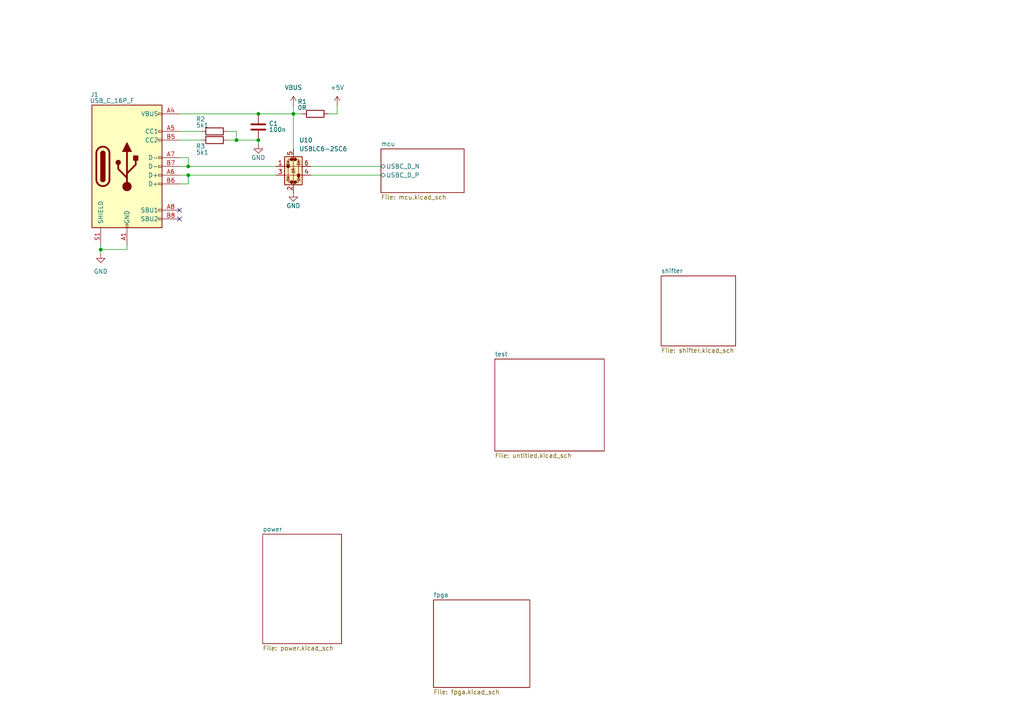
<source format=kicad_sch>
(kicad_sch (version 20231120) (generator "eeschema") (generator_version "8.0")
  (paper "A4")
  (lib_symbols
    (symbol "Connector:USB_C_Receptacle_USB2.0_16P" (pin_names (offset 1.016))
      (property "Reference" "J" (at 0 22.225 0))
      (property "Value" "USB_C_Receptacle_USB2.0_16P" (at 0 19.685 0))
      (symbol "USB_C_Receptacle_USB2.0_16P_0_0"
        (rectangle (start -0.254 -17.78) (end 0.254 -16.764))
        (rectangle (start 10.16 -14.986) (end 9.144 -15.494))
        (rectangle (start 10.16 -12.446) (end 9.144 -12.954))
        (rectangle (start 10.16 -4.826) (end 9.144 -5.334))
        (rectangle (start 10.16 -2.286) (end 9.144 -2.794))
        (rectangle (start 10.16 0.254) (end 9.144 -0.254))
        (rectangle (start 10.16 2.794) (end 9.144 2.286))
        (rectangle (start 10.16 7.874) (end 9.144 7.366))
        (rectangle (start 10.16 10.414) (end 9.144 9.906))
        (rectangle (start 10.16 15.494) (end 9.144 14.986))
      )
      (symbol "USB_C_Receptacle_USB2.0_16P_0_1"
        (rectangle (start -10.16 17.78) (end 10.16 -17.78) (stroke (width 0.254)) (fill (type background)))
        (arc (start -8.89 -3.81) (mid -6.985 -5.7067) (end -5.08 -3.81) (stroke (width 0.508)))
        (arc (start -7.62 -3.81) (mid -6.985 -4.4423) (end -6.35 -3.81) (stroke (width 0.254)))
        (arc (start -7.62 -3.81) (mid -6.985 -4.4423) (end -6.35 -3.81) (stroke (width 0.254)) (fill (type outline)))
        (rectangle (start -7.62 -3.81) (end -6.35 3.81) (stroke (width 0.254)) (fill (type outline)))
        (arc (start -6.35 3.81) (mid -6.985 4.4423) (end -7.62 3.81) (stroke (width 0.254)))
        (arc (start -6.35 3.81) (mid -6.985 4.4423) (end -7.62 3.81) (stroke (width 0.254)) (fill (type outline)))
        (arc (start -5.08 3.81) (mid -6.985 5.7067) (end -8.89 3.81) (stroke (width 0.508)))
        (circle (center -2.54 1.143) (radius 0.635) (stroke (width 0.254)) (fill (type outline)))
        (circle (center 0 -5.842) (radius 1.27) (fill (type outline)))
        (polyline (pts (xy -8.89 -3.81) (xy -8.89 3.81)) (stroke (width 0.508)))
        (polyline (pts (xy -5.08 3.81) (xy -5.08 -3.81)) (stroke (width 0.508)))
        (polyline (pts (xy 0 -5.842) (xy 0 4.318)) (stroke (width 0.508)))
        (polyline (pts (xy 0 -3.302) (xy -2.54 -0.762) (xy -2.54 0.508)) (stroke (width 0.508)))
        (polyline (pts (xy 0 -2.032) (xy 2.54 0.508) (xy 2.54 1.778)) (stroke (width 0.508)))
        (polyline (pts (xy -1.27 4.318) (xy 0 6.858) (xy 1.27 4.318) (xy -1.27 4.318)) (stroke (width 0.254)) (fill (type outline)))
        (rectangle (start 1.905 1.778) (end 3.175 3.048) (stroke (width 0.254)) (fill (type outline)))
      )
      (symbol "USB_C_Receptacle_USB2.0_16P_1_1"
        (pin passive line (at 0 -22.86 90) (length 5.08) (name "GND") (number "A1"))
        (pin passive line (at 0 -22.86 90) (length 5.08) hide (name "GND") (number "A12"))
        (pin passive line (at 15.24 15.24 180) (length 5.08) (name "VBUS") (number "A4"))
        (pin bidirectional line (at 15.24 10.16 180) (length 5.08) (name "CC1") (number "A5"))
        (pin bidirectional line (at 15.24 -2.54 180) (length 5.08) (name "D+") (number "A6"))
        (pin bidirectional line (at 15.24 2.54 180) (length 5.08) (name "D-") (number "A7"))
        (pin bidirectional line (at 15.24 -12.7 180) (length 5.08) (name "SBU1") (number "A8"))
        (pin passive line (at 15.24 15.24 180) (length 5.08) hide (name "VBUS") (number "A9"))
        (pin passive line (at 0 -22.86 90) (length 5.08) hide (name "GND") (number "B1"))
        (pin passive line (at 0 -22.86 90) (length 5.08) hide (name "GND") (number "B12"))
        (pin passive line (at 15.24 15.24 180) (length 5.08) hide (name "VBUS") (number "B4"))
        (pin bidirectional line (at 15.24 7.62 180) (length 5.08) (name "CC2") (number "B5"))
        (pin bidirectional line (at 15.24 -5.08 180) (length 5.08) (name "D+") (number "B6"))
        (pin bidirectional line (at 15.24 0 180) (length 5.08) (name "D-") (number "B7"))
        (pin bidirectional line (at 15.24 -15.24 180) (length 5.08) (name "SBU2") (number "B8"))
        (pin passive line (at 15.24 15.24 180) (length 5.08) hide (name "VBUS") (number "B9"))
        (pin passive line (at -7.62 -22.86 90) (length 5.08) (name "SHIELD") (number "S1"))
      )
    )
    (symbol "Device:C" (pin_numbers hide) (pin_names (offset 0.254))
      (property "Reference" "C" (at 0.635 2.54 0))
      (property "Value" "C" (at 0.635 -2.54 0))
      (symbol "C_0_1"
        (polyline (pts (xy -2.032 -0.762) (xy 2.032 -0.762)) (stroke (width 0.508)))
        (polyline (pts (xy -2.032 0.762) (xy 2.032 0.762)) (stroke (width 0.508)))
      )
      (symbol "C_1_1"
        (pin passive line (at 0 3.81 270) (length 2.794) (name "~") (number "1"))
        (pin passive line (at 0 -3.81 90) (length 2.794) (name "~") (number "2"))
      )
    )
    (symbol "Device:R" (pin_numbers hide) (pin_names (offset 0))
      (property "Reference" "R" (at 2.032 0 90))
      (property "Value" "R" (at 0 0 90))
      (symbol "R_0_1"
        (rectangle (start -1.016 -2.54) (end 1.016 2.54) (stroke (width 0.254)))
      )
      (symbol "R_1_1"
        (pin passive line (at 0 3.81 270) (length 1.27) (name "~") (number "1"))
        (pin passive line (at 0 -3.81 90) (length 1.27) (name "~") (number "2"))
      )
    )
    (symbol "Power_Protection:USBLC6-2SC6" (pin_names hide)
      (property "Reference" "U" (at 0.635 5.715 0))
      (property "Value" "USBLC6-2SC6" (at 0.635 3.81 0))
      (symbol "USBLC6-2SC6_0_0"
        (circle (center -1.524 0) (radius 0.0001) (stroke (width 0.508)))
        (circle (center -0.508 -4.572) (radius 0.0001) (stroke (width 0.508)))
        (circle (center -0.508 2.032) (radius 0.0001) (stroke (width 0.508)))
        (circle (center 0.508 -4.572) (radius 0.0001) (stroke (width 0.508)))
        (circle (center 0.508 2.032) (radius 0.0001) (stroke (width 0.508)))
        (circle (center 1.524 -2.54) (radius 0.0001) (stroke (width 0.508)))
      )
      (symbol "USBLC6-2SC6_0_1"
        (polyline (pts (xy -2.54 -2.54) (xy 2.54 -2.54)))
        (polyline (pts (xy -2.54 0) (xy 2.54 0)))
        (polyline (pts (xy -2.032 -3.048) (xy -1.016 -3.048)))
        (polyline (pts (xy -1.016 1.524) (xy -2.032 1.524)))
        (polyline (pts (xy 1.016 -3.048) (xy 2.032 -3.048)))
        (polyline (pts (xy 1.016 1.524) (xy 2.032 1.524)))
        (polyline (pts (xy -0.508 -1.143) (xy -0.508 -0.762) (xy 0.508 -0.762)))
        (polyline (pts (xy -2.032 0.508) (xy -1.016 0.508) (xy -1.524 1.524) (xy -2.032 0.508)))
        (polyline (pts (xy -1.016 -4.064) (xy -2.032 -4.064) (xy -1.524 -3.048) (xy -1.016 -4.064)))
        (polyline (pts (xy 0.508 -1.778) (xy -0.508 -1.778) (xy 0 -0.762) (xy 0.508 -1.778)))
        (polyline (pts (xy 2.032 -4.064) (xy 1.016 -4.064) (xy 1.524 -3.048) (xy 2.032 -4.064)))
        (polyline (pts (xy 2.032 0.508) (xy 1.016 0.508) (xy 1.524 1.524) (xy 2.032 0.508)))
        (polyline (pts (xy 0 2.54) (xy -0.508 2.032) (xy 0.508 2.032) (xy 0 1.524) (xy 0 -4.064) (xy -0.508 -4.572) (xy 0.508 -4.572) (xy 0 -5.08)))
      )
      (symbol "USBLC6-2SC6_1_1"
        (rectangle (start -2.54 2.794) (end 2.54 -5.334) (stroke (width 0.254)) (fill (type background)))
        (polyline (pts (xy -0.508 2.032) (xy -1.524 2.032) (xy -1.524 -4.572) (xy -0.508 -4.572)))
        (polyline (pts (xy 0.508 -4.572) (xy 1.524 -4.572) (xy 1.524 2.032) (xy 0.508 2.032)))
        (pin passive line (at -5.08 0 0) (length 2.54) (name "I/O1") (number "1"))
        (pin passive line (at 0 -7.62 90) (length 2.54) (name "GND") (number "2"))
        (pin passive line (at -5.08 -2.54 0) (length 2.54) (name "I/O2") (number "3"))
        (pin passive line (at 5.08 -2.54 180) (length 2.54) (name "I/O2") (number "4"))
        (pin passive line (at 0 5.08 270) (length 2.54) (name "VBUS") (number "5"))
        (pin passive line (at 5.08 0 180) (length 2.54) (name "I/O1") (number "6"))
      )
    )
    (symbol "power:+5V" (power) (pin_numbers hide) (pin_names (offset 0) hide)
      (property "Value" "+5V" (at 0 3.556 0))
      (symbol "+5V_0_1"
        (polyline (pts (xy -0.762 1.27) (xy 0 2.54)))
        (polyline (pts (xy 0 0) (xy 0 2.54)))
        (polyline (pts (xy 0 2.54) (xy 0.762 1.27)))
      )
      (symbol "+5V_1_1"
        (pin power_in line (at 0 0 90) (length 0) (name "~") (number "1"))
      )
    )
    (symbol "power:GND" (power) (pin_numbers hide) (pin_names (offset 0) hide)
      (property "Value" "GND" (at 0 -3.81 0))
      (symbol "GND_0_1"
        (polyline (pts (xy 0 0) (xy 0 -1.27) (xy 1.27 -1.27) (xy 0 -2.54) (xy -1.27 -1.27) (xy 0 -1.27)))
      )
      (symbol "GND_1_1"
        (pin power_in line (at 0 0 270) (length 0) (name "~") (number "1"))
      )
    )
    (symbol "power:VBUS" (power) (pin_numbers hide) (pin_names (offset 0) hide)
      (property "Value" "VBUS" (at 0 3.556 0))
      (symbol "VBUS_0_1"
        (polyline (pts (xy -0.762 1.27) (xy 0 2.54)))
        (polyline (pts (xy 0 0) (xy 0 2.54)))
        (polyline (pts (xy 0 2.54) (xy 0.762 1.27)))
      )
      (symbol "VBUS_1_1"
        (pin power_in line (at 0 0 90) (length 0) (name "~") (number "1"))
      )
    )
  )
  (junction (at 68.58 40.64))
  (junction (at 54.61 50.8))
  (junction (at 54.61 48.26))
  (junction (at 74.93 33.02))
  (junction (at 85.09 33.02))
  (junction (at 29.21 72.39))
  (junction (at 74.93 40.64))
  (no_connect (at 52.07 60.96))
  (no_connect (at 52.07 63.5))
  (wire (pts (xy 90.17 48.26) (xy 110.49 48.26)))
  (wire (pts (xy 36.83 71.12) (xy 36.83 72.39)))
  (wire (pts (xy 52.07 50.8) (xy 54.61 50.8)))
  (wire (pts (xy 85.09 33.02) (xy 87.63 33.02)))
  (wire (pts (xy 66.04 38.1) (xy 68.58 38.1)))
  (wire (pts (xy 29.21 71.12) (xy 29.21 72.39)))
  (wire (pts (xy 90.17 50.8) (xy 110.49 50.8)))
  (wire (pts (xy 74.93 40.64) (xy 74.93 41.91)))
  (wire (pts (xy 52.07 53.34) (xy 54.61 53.34)))
  (wire (pts (xy 68.58 38.1) (xy 68.58 40.64)))
  (wire (pts (xy 29.21 72.39) (xy 29.21 73.66)))
  (wire (pts (xy 36.83 72.39) (xy 29.21 72.39)))
  (wire (pts (xy 97.79 33.02) (xy 95.25 33.02)))
  (wire (pts (xy 97.79 30.48) (xy 97.79 33.02)))
  (wire (pts (xy 66.04 40.64) (xy 68.58 40.64)))
  (wire (pts (xy 85.09 33.02) (xy 85.09 30.48)))
  (wire (pts (xy 85.09 33.02) (xy 85.09 43.18)))
  (wire (pts (xy 68.58 40.64) (xy 74.93 40.64)))
  (wire (pts (xy 52.07 48.26) (xy 54.61 48.26)))
  (wire (pts (xy 52.07 38.1) (xy 58.42 38.1)))
  (wire (pts (xy 52.07 45.72) (xy 54.61 45.72)))
  (wire (pts (xy 74.93 33.02) (xy 85.09 33.02)))
  (wire (pts (xy 52.07 40.64) (xy 58.42 40.64)))
  (wire (pts (xy 54.61 50.8) (xy 80.01 50.8)))
  (wire (pts (xy 54.61 53.34) (xy 54.61 50.8)))
  (wire (pts (xy 54.61 45.72) (xy 54.61 48.26)))
  (wire (pts (xy 54.61 48.26) (xy 80.01 48.26)))
  (wire (pts (xy 52.07 33.02) (xy 74.93 33.02)))
  (symbol (lib_id "power:GND") (at 29.21 73.66 0) (unit 1)
    (property "Reference" "#PWR01" (effects (hide yes)))
    (property "Value" "GND" (at 29.21 78.74 0))
    (property "Description" "Power symbol creates a global label with name \"GND\" , ground" (effects (hide yes)))
  )
  (symbol (lib_id "power:VBUS") (at 85.09 30.48 0) (unit 1)
    (property "Reference" "#PWR02" (effects (hide yes)))
    (property "Value" "VBUS" (at 85.09 25.4 0))
    (property "Description" "Power symbol creates a global label with name \"VBUS\"" (effects (hide yes)))
  )
  (symbol (lib_id "power:GND") (at 85.09 55.88 0) (unit 1)
    (property "Reference" "#PWR05" (effects (hide yes)))
    (property "Value" "GND" (at 85.09 59.69 0))
    (property "Description" "Power symbol creates a global label with name \"GND\" , ground" (effects (hide yes)))
  )
  (symbol (lib_id "Power_Protection:USBLC6-2SC6") (at 85.09 48.26 0) (unit 1)
    (property "Reference" "U10" (at 86.7411 40.64 0) (effects (justify left)))
    (property "Value" "USBLC6-2SC6" (at 86.7411 43.18 0) (effects (justify left)))
    (property "Footprint" "Package_TO_SOT_SMD:SOT-23-6" (effects (hide yes)))
    (property "Datasheet" "https://www.st.com/resource/en/datasheet/usblc6-2.pdf" (effects (hide yes)))
    (property "Description" "Very low capacitance ESD protection diode, 2 data-line, SOT-23-6" (effects (hide yes)))
  )
  (symbol (lib_id "Device:R") (at 62.23 38.1 90) (unit 1)
    (property "Reference" "R2" (at 58.166 34.544 90))
    (property "Value" "5k1" (at 58.674 36.322 90))
    (property "Description" "Resistor" (effects (hide yes)))
  )
  (symbol (lib_id "Device:R") (at 62.23 40.64 90) (unit 1)
    (property "Reference" "R3" (at 58.166 42.418 90))
    (property "Value" "5k1" (at 58.674 44.196 90))
    (property "Description" "Resistor" (effects (hide yes)))
  )
  (symbol (lib_id "Connector:USB_C_Receptacle_USB2.0_16P") (at 36.83 48.26 0) (unit 1)
    (property "Reference" "J1" (at 27.432 27.432 0))
    (property "Value" "USB_C_16P_F" (at 32.512 29.21 0))
    (property "Datasheet" "https://www.usb.org/sites/default/files/documents/usb_type-c.zip" (effects (hide yes)))
    (property "Description" "USB 2.0-only 16P Type-C Receptacle connector" (effects (hide yes)))
  )
  (symbol (lib_id "power:+5V") (at 97.79 30.48 0) (unit 1)
    (property "Reference" "#PWR03" (effects (hide yes)))
    (property "Value" "+5V" (at 97.79 25.4 0))
    (property "Description" "Power symbol creates a global label with name \"+5V\"" (effects (hide yes)))
  )
  (symbol (lib_id "Device:R") (at 91.44 33.02 90) (unit 1)
    (property "Reference" "R1" (at 87.63 29.464 90))
    (property "Value" "0R" (at 87.63 31.242 90))
    (property "Description" "Resistor" (effects (hide yes)))
  )
  (symbol (lib_id "power:GND") (at 74.93 41.91 0) (unit 1)
    (property "Reference" "#PWR04" (effects (hide yes)))
    (property "Value" "GND" (at 74.93 45.72 0))
    (property "Description" "Power symbol creates a global label with name \"GND\" , ground" (effects (hide yes)))
  )
  (symbol (lib_id "Device:C") (at 74.93 36.83 0) (unit 1)
    (property "Reference" "C1" (at 77.978 35.8141 0) (effects (justify left)))
    (property "Value" "100n" (at 77.978 37.592 0) (effects (justify left)))
    (property "Description" "Unpolarized capacitor" (effects (hide yes)))
  )
  (sheet (at 125.73 173.99) (size 27.94 25.4) (stroke (width 0.1524))
    (property "Sheetname" "fpga" (at 125.73 173.2784 0) (effects (justify left bottom)))
    (property "Sheetfile" "fpga.kicad_sch" (at 125.73 199.9746 0) (effects (justify left top)))
  )
  (sheet (at 76.2 154.94) (size 22.86 31.75) (stroke (width 0.1524))
    (property "Sheetname" "power" (at 76.2 154.2284 0) (effects (justify left bottom)))
    (property "Sheetfile" "power.kicad_sch" (at 76.2 187.2746 0) (effects (justify left top)))
  )
  (sheet (at 143.51 104.14) (size 31.75 26.67) (stroke (width 0.1524))
    (property "Sheetname" "test" (at 143.51 103.4284 0) (effects (justify left bottom)))
    (property "Sheetfile" "untitled.kicad_sch" (at 143.51 131.3946 0) (effects (justify left top)))
  )
  (sheet (at 110.49 43.18) (size 24.13 12.7) (stroke (width 0.1524))
    (property "Sheetname" "mcu" (at 110.49 42.4684 0) (effects (justify left bottom)))
    (property "Sheetfile" "mcu.kicad_sch" (at 110.49 56.4646 0) (effects (justify left top)))
    (pin "USBC_D_N" bidirectional (at 110.49 48.26 180))
    (pin "USBC_D_P" bidirectional (at 110.49 50.8 180))
  )
  (sheet (at 191.77 80.01) (size 21.59 20.32) (stroke (width 0.1524))
    (property "Sheetname" "shifter" (at 191.77 79.2984 0) (effects (justify left bottom)))
    (property "Sheetfile" "shifter.kicad_sch" (at 191.77 100.9146 0) (effects (justify left top)))
  )
)
</source>
